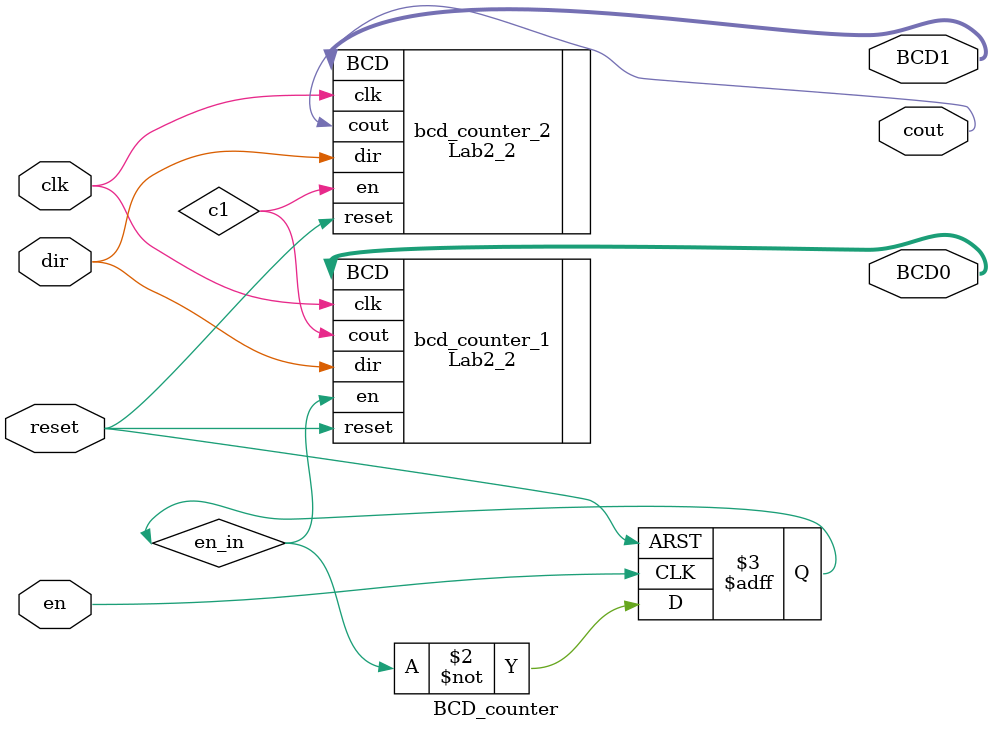
<source format=v>
module BCD_counter (clk, reset, en, dir, BCD0, BCD1, cout
    );
	input	clk, reset, en, dir;
	output	[3:0] BCD0, BCD1;
	output	cout;
	reg en_in;
	//reg en_next;
	Lab2_2 bcd_counter_1 (.clk(clk), .reset(reset), .en(en_in), .dir(dir), .BCD(BCD0), .cout(c1));
	Lab2_2 bcd_counter_2 (.clk(clk), .reset(reset), .en(c1), .dir(dir), .BCD(BCD1), .cout(cout));
   
   always@(posedge reset or posedge en) begin
        if (reset) begin
            en_in <= 1'b0;
        end else begin
            en_in <= ~en_in;
        end
    end

endmodule

</source>
